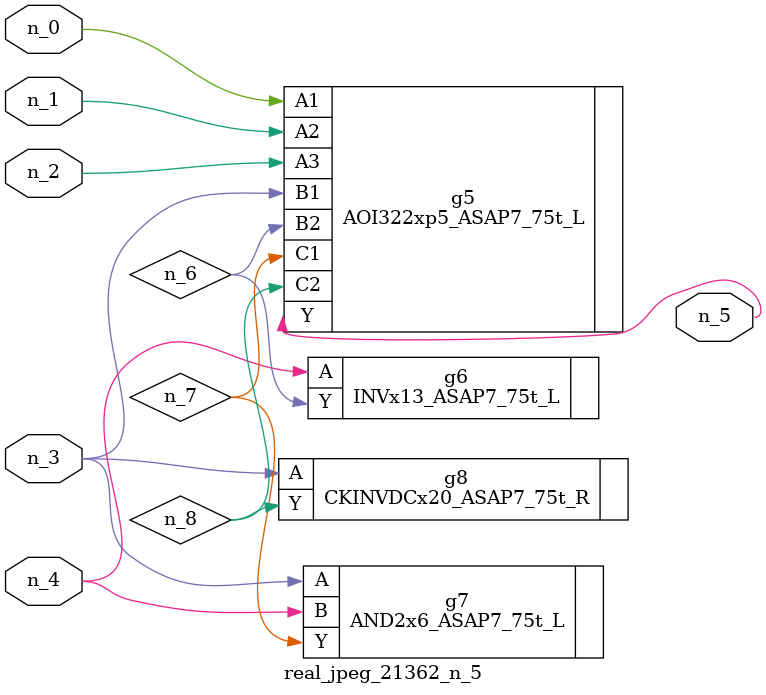
<source format=v>
module real_jpeg_21362_n_5 (n_4, n_0, n_1, n_2, n_3, n_5);

input n_4;
input n_0;
input n_1;
input n_2;
input n_3;

output n_5;

wire n_8;
wire n_6;
wire n_7;

AOI322xp5_ASAP7_75t_L g5 ( 
.A1(n_0),
.A2(n_1),
.A3(n_2),
.B1(n_3),
.B2(n_6),
.C1(n_7),
.C2(n_8),
.Y(n_5)
);

AND2x6_ASAP7_75t_L g7 ( 
.A(n_3),
.B(n_4),
.Y(n_7)
);

CKINVDCx20_ASAP7_75t_R g8 ( 
.A(n_3),
.Y(n_8)
);

INVx13_ASAP7_75t_L g6 ( 
.A(n_4),
.Y(n_6)
);


endmodule
</source>
